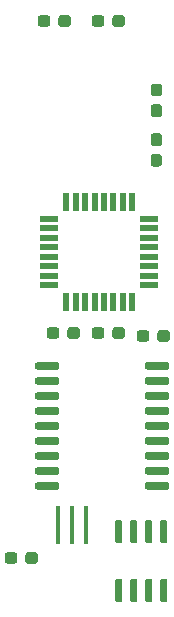
<source format=gbr>
G04 #@! TF.GenerationSoftware,KiCad,Pcbnew,5.1.5-52549c5~84~ubuntu18.04.1*
G04 #@! TF.CreationDate,2020-02-04T00:54:51-05:00*
G04 #@! TF.ProjectId,pedal-board-2020,70656461-6c2d-4626-9f61-72642d323032,rev?*
G04 #@! TF.SameCoordinates,Original*
G04 #@! TF.FileFunction,Paste,Top*
G04 #@! TF.FilePolarity,Positive*
%FSLAX46Y46*%
G04 Gerber Fmt 4.6, Leading zero omitted, Abs format (unit mm)*
G04 Created by KiCad (PCBNEW 5.1.5-52549c5~84~ubuntu18.04.1) date 2020-02-04 00:54:51*
%MOMM*%
%LPD*%
G04 APERTURE LIST*
%ADD10C,0.100000*%
%ADD11R,0.400000X3.200000*%
%ADD12R,1.600000X0.550000*%
%ADD13R,0.550000X1.600000*%
G04 APERTURE END LIST*
D10*
G36*
X110405779Y-84362144D02*
G01*
X110428834Y-84365563D01*
X110451443Y-84371227D01*
X110473387Y-84379079D01*
X110494457Y-84389044D01*
X110514448Y-84401026D01*
X110533168Y-84414910D01*
X110550438Y-84430562D01*
X110566090Y-84447832D01*
X110579974Y-84466552D01*
X110591956Y-84486543D01*
X110601921Y-84507613D01*
X110609773Y-84529557D01*
X110615437Y-84552166D01*
X110618856Y-84575221D01*
X110620000Y-84598500D01*
X110620000Y-85073500D01*
X110618856Y-85096779D01*
X110615437Y-85119834D01*
X110609773Y-85142443D01*
X110601921Y-85164387D01*
X110591956Y-85185457D01*
X110579974Y-85205448D01*
X110566090Y-85224168D01*
X110550438Y-85241438D01*
X110533168Y-85257090D01*
X110514448Y-85270974D01*
X110494457Y-85282956D01*
X110473387Y-85292921D01*
X110451443Y-85300773D01*
X110428834Y-85306437D01*
X110405779Y-85309856D01*
X110382500Y-85311000D01*
X109807500Y-85311000D01*
X109784221Y-85309856D01*
X109761166Y-85306437D01*
X109738557Y-85300773D01*
X109716613Y-85292921D01*
X109695543Y-85282956D01*
X109675552Y-85270974D01*
X109656832Y-85257090D01*
X109639562Y-85241438D01*
X109623910Y-85224168D01*
X109610026Y-85205448D01*
X109598044Y-85185457D01*
X109588079Y-85164387D01*
X109580227Y-85142443D01*
X109574563Y-85119834D01*
X109571144Y-85096779D01*
X109570000Y-85073500D01*
X109570000Y-84598500D01*
X109571144Y-84575221D01*
X109574563Y-84552166D01*
X109580227Y-84529557D01*
X109588079Y-84507613D01*
X109598044Y-84486543D01*
X109610026Y-84466552D01*
X109623910Y-84447832D01*
X109639562Y-84430562D01*
X109656832Y-84414910D01*
X109675552Y-84401026D01*
X109695543Y-84389044D01*
X109716613Y-84379079D01*
X109738557Y-84371227D01*
X109761166Y-84365563D01*
X109784221Y-84362144D01*
X109807500Y-84361000D01*
X110382500Y-84361000D01*
X110405779Y-84362144D01*
G37*
G36*
X108655779Y-84362144D02*
G01*
X108678834Y-84365563D01*
X108701443Y-84371227D01*
X108723387Y-84379079D01*
X108744457Y-84389044D01*
X108764448Y-84401026D01*
X108783168Y-84414910D01*
X108800438Y-84430562D01*
X108816090Y-84447832D01*
X108829974Y-84466552D01*
X108841956Y-84486543D01*
X108851921Y-84507613D01*
X108859773Y-84529557D01*
X108865437Y-84552166D01*
X108868856Y-84575221D01*
X108870000Y-84598500D01*
X108870000Y-85073500D01*
X108868856Y-85096779D01*
X108865437Y-85119834D01*
X108859773Y-85142443D01*
X108851921Y-85164387D01*
X108841956Y-85185457D01*
X108829974Y-85205448D01*
X108816090Y-85224168D01*
X108800438Y-85241438D01*
X108783168Y-85257090D01*
X108764448Y-85270974D01*
X108744457Y-85282956D01*
X108723387Y-85292921D01*
X108701443Y-85300773D01*
X108678834Y-85306437D01*
X108655779Y-85309856D01*
X108632500Y-85311000D01*
X108057500Y-85311000D01*
X108034221Y-85309856D01*
X108011166Y-85306437D01*
X107988557Y-85300773D01*
X107966613Y-85292921D01*
X107945543Y-85282956D01*
X107925552Y-85270974D01*
X107906832Y-85257090D01*
X107889562Y-85241438D01*
X107873910Y-85224168D01*
X107860026Y-85205448D01*
X107848044Y-85185457D01*
X107838079Y-85164387D01*
X107830227Y-85142443D01*
X107824563Y-85119834D01*
X107821144Y-85096779D01*
X107820000Y-85073500D01*
X107820000Y-84598500D01*
X107821144Y-84575221D01*
X107824563Y-84552166D01*
X107830227Y-84529557D01*
X107838079Y-84507613D01*
X107848044Y-84486543D01*
X107860026Y-84466552D01*
X107873910Y-84447832D01*
X107889562Y-84430562D01*
X107906832Y-84414910D01*
X107925552Y-84401026D01*
X107945543Y-84389044D01*
X107966613Y-84379079D01*
X107988557Y-84371227D01*
X108011166Y-84365563D01*
X108034221Y-84362144D01*
X108057500Y-84361000D01*
X108632500Y-84361000D01*
X108655779Y-84362144D01*
G37*
G36*
X99229779Y-103158144D02*
G01*
X99252834Y-103161563D01*
X99275443Y-103167227D01*
X99297387Y-103175079D01*
X99318457Y-103185044D01*
X99338448Y-103197026D01*
X99357168Y-103210910D01*
X99374438Y-103226562D01*
X99390090Y-103243832D01*
X99403974Y-103262552D01*
X99415956Y-103282543D01*
X99425921Y-103303613D01*
X99433773Y-103325557D01*
X99439437Y-103348166D01*
X99442856Y-103371221D01*
X99444000Y-103394500D01*
X99444000Y-103869500D01*
X99442856Y-103892779D01*
X99439437Y-103915834D01*
X99433773Y-103938443D01*
X99425921Y-103960387D01*
X99415956Y-103981457D01*
X99403974Y-104001448D01*
X99390090Y-104020168D01*
X99374438Y-104037438D01*
X99357168Y-104053090D01*
X99338448Y-104066974D01*
X99318457Y-104078956D01*
X99297387Y-104088921D01*
X99275443Y-104096773D01*
X99252834Y-104102437D01*
X99229779Y-104105856D01*
X99206500Y-104107000D01*
X98631500Y-104107000D01*
X98608221Y-104105856D01*
X98585166Y-104102437D01*
X98562557Y-104096773D01*
X98540613Y-104088921D01*
X98519543Y-104078956D01*
X98499552Y-104066974D01*
X98480832Y-104053090D01*
X98463562Y-104037438D01*
X98447910Y-104020168D01*
X98434026Y-104001448D01*
X98422044Y-103981457D01*
X98412079Y-103960387D01*
X98404227Y-103938443D01*
X98398563Y-103915834D01*
X98395144Y-103892779D01*
X98394000Y-103869500D01*
X98394000Y-103394500D01*
X98395144Y-103371221D01*
X98398563Y-103348166D01*
X98404227Y-103325557D01*
X98412079Y-103303613D01*
X98422044Y-103282543D01*
X98434026Y-103262552D01*
X98447910Y-103243832D01*
X98463562Y-103226562D01*
X98480832Y-103210910D01*
X98499552Y-103197026D01*
X98519543Y-103185044D01*
X98540613Y-103175079D01*
X98562557Y-103167227D01*
X98585166Y-103161563D01*
X98608221Y-103158144D01*
X98631500Y-103157000D01*
X99206500Y-103157000D01*
X99229779Y-103158144D01*
G37*
G36*
X97479779Y-103158144D02*
G01*
X97502834Y-103161563D01*
X97525443Y-103167227D01*
X97547387Y-103175079D01*
X97568457Y-103185044D01*
X97588448Y-103197026D01*
X97607168Y-103210910D01*
X97624438Y-103226562D01*
X97640090Y-103243832D01*
X97653974Y-103262552D01*
X97665956Y-103282543D01*
X97675921Y-103303613D01*
X97683773Y-103325557D01*
X97689437Y-103348166D01*
X97692856Y-103371221D01*
X97694000Y-103394500D01*
X97694000Y-103869500D01*
X97692856Y-103892779D01*
X97689437Y-103915834D01*
X97683773Y-103938443D01*
X97675921Y-103960387D01*
X97665956Y-103981457D01*
X97653974Y-104001448D01*
X97640090Y-104020168D01*
X97624438Y-104037438D01*
X97607168Y-104053090D01*
X97588448Y-104066974D01*
X97568457Y-104078956D01*
X97547387Y-104088921D01*
X97525443Y-104096773D01*
X97502834Y-104102437D01*
X97479779Y-104105856D01*
X97456500Y-104107000D01*
X96881500Y-104107000D01*
X96858221Y-104105856D01*
X96835166Y-104102437D01*
X96812557Y-104096773D01*
X96790613Y-104088921D01*
X96769543Y-104078956D01*
X96749552Y-104066974D01*
X96730832Y-104053090D01*
X96713562Y-104037438D01*
X96697910Y-104020168D01*
X96684026Y-104001448D01*
X96672044Y-103981457D01*
X96662079Y-103960387D01*
X96654227Y-103938443D01*
X96648563Y-103915834D01*
X96645144Y-103892779D01*
X96644000Y-103869500D01*
X96644000Y-103394500D01*
X96645144Y-103371221D01*
X96648563Y-103348166D01*
X96654227Y-103325557D01*
X96662079Y-103303613D01*
X96672044Y-103282543D01*
X96684026Y-103262552D01*
X96697910Y-103243832D01*
X96713562Y-103226562D01*
X96730832Y-103210910D01*
X96749552Y-103197026D01*
X96769543Y-103185044D01*
X96790613Y-103175079D01*
X96812557Y-103167227D01*
X96835166Y-103161563D01*
X96858221Y-103158144D01*
X96881500Y-103157000D01*
X97456500Y-103157000D01*
X97479779Y-103158144D01*
G37*
D11*
X101162000Y-100838000D03*
X102362000Y-100838000D03*
X103562000Y-100838000D03*
D10*
G36*
X110273703Y-105386722D02*
G01*
X110288264Y-105388882D01*
X110302543Y-105392459D01*
X110316403Y-105397418D01*
X110329710Y-105403712D01*
X110342336Y-105411280D01*
X110354159Y-105420048D01*
X110365066Y-105429934D01*
X110374952Y-105440841D01*
X110383720Y-105452664D01*
X110391288Y-105465290D01*
X110397582Y-105478597D01*
X110402541Y-105492457D01*
X110406118Y-105506736D01*
X110408278Y-105521297D01*
X110409000Y-105536000D01*
X110409000Y-107186000D01*
X110408278Y-107200703D01*
X110406118Y-107215264D01*
X110402541Y-107229543D01*
X110397582Y-107243403D01*
X110391288Y-107256710D01*
X110383720Y-107269336D01*
X110374952Y-107281159D01*
X110365066Y-107292066D01*
X110354159Y-107301952D01*
X110342336Y-107310720D01*
X110329710Y-107318288D01*
X110316403Y-107324582D01*
X110302543Y-107329541D01*
X110288264Y-107333118D01*
X110273703Y-107335278D01*
X110259000Y-107336000D01*
X109959000Y-107336000D01*
X109944297Y-107335278D01*
X109929736Y-107333118D01*
X109915457Y-107329541D01*
X109901597Y-107324582D01*
X109888290Y-107318288D01*
X109875664Y-107310720D01*
X109863841Y-107301952D01*
X109852934Y-107292066D01*
X109843048Y-107281159D01*
X109834280Y-107269336D01*
X109826712Y-107256710D01*
X109820418Y-107243403D01*
X109815459Y-107229543D01*
X109811882Y-107215264D01*
X109809722Y-107200703D01*
X109809000Y-107186000D01*
X109809000Y-105536000D01*
X109809722Y-105521297D01*
X109811882Y-105506736D01*
X109815459Y-105492457D01*
X109820418Y-105478597D01*
X109826712Y-105465290D01*
X109834280Y-105452664D01*
X109843048Y-105440841D01*
X109852934Y-105429934D01*
X109863841Y-105420048D01*
X109875664Y-105411280D01*
X109888290Y-105403712D01*
X109901597Y-105397418D01*
X109915457Y-105392459D01*
X109929736Y-105388882D01*
X109944297Y-105386722D01*
X109959000Y-105386000D01*
X110259000Y-105386000D01*
X110273703Y-105386722D01*
G37*
G36*
X109003703Y-105386722D02*
G01*
X109018264Y-105388882D01*
X109032543Y-105392459D01*
X109046403Y-105397418D01*
X109059710Y-105403712D01*
X109072336Y-105411280D01*
X109084159Y-105420048D01*
X109095066Y-105429934D01*
X109104952Y-105440841D01*
X109113720Y-105452664D01*
X109121288Y-105465290D01*
X109127582Y-105478597D01*
X109132541Y-105492457D01*
X109136118Y-105506736D01*
X109138278Y-105521297D01*
X109139000Y-105536000D01*
X109139000Y-107186000D01*
X109138278Y-107200703D01*
X109136118Y-107215264D01*
X109132541Y-107229543D01*
X109127582Y-107243403D01*
X109121288Y-107256710D01*
X109113720Y-107269336D01*
X109104952Y-107281159D01*
X109095066Y-107292066D01*
X109084159Y-107301952D01*
X109072336Y-107310720D01*
X109059710Y-107318288D01*
X109046403Y-107324582D01*
X109032543Y-107329541D01*
X109018264Y-107333118D01*
X109003703Y-107335278D01*
X108989000Y-107336000D01*
X108689000Y-107336000D01*
X108674297Y-107335278D01*
X108659736Y-107333118D01*
X108645457Y-107329541D01*
X108631597Y-107324582D01*
X108618290Y-107318288D01*
X108605664Y-107310720D01*
X108593841Y-107301952D01*
X108582934Y-107292066D01*
X108573048Y-107281159D01*
X108564280Y-107269336D01*
X108556712Y-107256710D01*
X108550418Y-107243403D01*
X108545459Y-107229543D01*
X108541882Y-107215264D01*
X108539722Y-107200703D01*
X108539000Y-107186000D01*
X108539000Y-105536000D01*
X108539722Y-105521297D01*
X108541882Y-105506736D01*
X108545459Y-105492457D01*
X108550418Y-105478597D01*
X108556712Y-105465290D01*
X108564280Y-105452664D01*
X108573048Y-105440841D01*
X108582934Y-105429934D01*
X108593841Y-105420048D01*
X108605664Y-105411280D01*
X108618290Y-105403712D01*
X108631597Y-105397418D01*
X108645457Y-105392459D01*
X108659736Y-105388882D01*
X108674297Y-105386722D01*
X108689000Y-105386000D01*
X108989000Y-105386000D01*
X109003703Y-105386722D01*
G37*
G36*
X107733703Y-105386722D02*
G01*
X107748264Y-105388882D01*
X107762543Y-105392459D01*
X107776403Y-105397418D01*
X107789710Y-105403712D01*
X107802336Y-105411280D01*
X107814159Y-105420048D01*
X107825066Y-105429934D01*
X107834952Y-105440841D01*
X107843720Y-105452664D01*
X107851288Y-105465290D01*
X107857582Y-105478597D01*
X107862541Y-105492457D01*
X107866118Y-105506736D01*
X107868278Y-105521297D01*
X107869000Y-105536000D01*
X107869000Y-107186000D01*
X107868278Y-107200703D01*
X107866118Y-107215264D01*
X107862541Y-107229543D01*
X107857582Y-107243403D01*
X107851288Y-107256710D01*
X107843720Y-107269336D01*
X107834952Y-107281159D01*
X107825066Y-107292066D01*
X107814159Y-107301952D01*
X107802336Y-107310720D01*
X107789710Y-107318288D01*
X107776403Y-107324582D01*
X107762543Y-107329541D01*
X107748264Y-107333118D01*
X107733703Y-107335278D01*
X107719000Y-107336000D01*
X107419000Y-107336000D01*
X107404297Y-107335278D01*
X107389736Y-107333118D01*
X107375457Y-107329541D01*
X107361597Y-107324582D01*
X107348290Y-107318288D01*
X107335664Y-107310720D01*
X107323841Y-107301952D01*
X107312934Y-107292066D01*
X107303048Y-107281159D01*
X107294280Y-107269336D01*
X107286712Y-107256710D01*
X107280418Y-107243403D01*
X107275459Y-107229543D01*
X107271882Y-107215264D01*
X107269722Y-107200703D01*
X107269000Y-107186000D01*
X107269000Y-105536000D01*
X107269722Y-105521297D01*
X107271882Y-105506736D01*
X107275459Y-105492457D01*
X107280418Y-105478597D01*
X107286712Y-105465290D01*
X107294280Y-105452664D01*
X107303048Y-105440841D01*
X107312934Y-105429934D01*
X107323841Y-105420048D01*
X107335664Y-105411280D01*
X107348290Y-105403712D01*
X107361597Y-105397418D01*
X107375457Y-105392459D01*
X107389736Y-105388882D01*
X107404297Y-105386722D01*
X107419000Y-105386000D01*
X107719000Y-105386000D01*
X107733703Y-105386722D01*
G37*
G36*
X106463703Y-105386722D02*
G01*
X106478264Y-105388882D01*
X106492543Y-105392459D01*
X106506403Y-105397418D01*
X106519710Y-105403712D01*
X106532336Y-105411280D01*
X106544159Y-105420048D01*
X106555066Y-105429934D01*
X106564952Y-105440841D01*
X106573720Y-105452664D01*
X106581288Y-105465290D01*
X106587582Y-105478597D01*
X106592541Y-105492457D01*
X106596118Y-105506736D01*
X106598278Y-105521297D01*
X106599000Y-105536000D01*
X106599000Y-107186000D01*
X106598278Y-107200703D01*
X106596118Y-107215264D01*
X106592541Y-107229543D01*
X106587582Y-107243403D01*
X106581288Y-107256710D01*
X106573720Y-107269336D01*
X106564952Y-107281159D01*
X106555066Y-107292066D01*
X106544159Y-107301952D01*
X106532336Y-107310720D01*
X106519710Y-107318288D01*
X106506403Y-107324582D01*
X106492543Y-107329541D01*
X106478264Y-107333118D01*
X106463703Y-107335278D01*
X106449000Y-107336000D01*
X106149000Y-107336000D01*
X106134297Y-107335278D01*
X106119736Y-107333118D01*
X106105457Y-107329541D01*
X106091597Y-107324582D01*
X106078290Y-107318288D01*
X106065664Y-107310720D01*
X106053841Y-107301952D01*
X106042934Y-107292066D01*
X106033048Y-107281159D01*
X106024280Y-107269336D01*
X106016712Y-107256710D01*
X106010418Y-107243403D01*
X106005459Y-107229543D01*
X106001882Y-107215264D01*
X105999722Y-107200703D01*
X105999000Y-107186000D01*
X105999000Y-105536000D01*
X105999722Y-105521297D01*
X106001882Y-105506736D01*
X106005459Y-105492457D01*
X106010418Y-105478597D01*
X106016712Y-105465290D01*
X106024280Y-105452664D01*
X106033048Y-105440841D01*
X106042934Y-105429934D01*
X106053841Y-105420048D01*
X106065664Y-105411280D01*
X106078290Y-105403712D01*
X106091597Y-105397418D01*
X106105457Y-105392459D01*
X106119736Y-105388882D01*
X106134297Y-105386722D01*
X106149000Y-105386000D01*
X106449000Y-105386000D01*
X106463703Y-105386722D01*
G37*
G36*
X106463703Y-100436722D02*
G01*
X106478264Y-100438882D01*
X106492543Y-100442459D01*
X106506403Y-100447418D01*
X106519710Y-100453712D01*
X106532336Y-100461280D01*
X106544159Y-100470048D01*
X106555066Y-100479934D01*
X106564952Y-100490841D01*
X106573720Y-100502664D01*
X106581288Y-100515290D01*
X106587582Y-100528597D01*
X106592541Y-100542457D01*
X106596118Y-100556736D01*
X106598278Y-100571297D01*
X106599000Y-100586000D01*
X106599000Y-102236000D01*
X106598278Y-102250703D01*
X106596118Y-102265264D01*
X106592541Y-102279543D01*
X106587582Y-102293403D01*
X106581288Y-102306710D01*
X106573720Y-102319336D01*
X106564952Y-102331159D01*
X106555066Y-102342066D01*
X106544159Y-102351952D01*
X106532336Y-102360720D01*
X106519710Y-102368288D01*
X106506403Y-102374582D01*
X106492543Y-102379541D01*
X106478264Y-102383118D01*
X106463703Y-102385278D01*
X106449000Y-102386000D01*
X106149000Y-102386000D01*
X106134297Y-102385278D01*
X106119736Y-102383118D01*
X106105457Y-102379541D01*
X106091597Y-102374582D01*
X106078290Y-102368288D01*
X106065664Y-102360720D01*
X106053841Y-102351952D01*
X106042934Y-102342066D01*
X106033048Y-102331159D01*
X106024280Y-102319336D01*
X106016712Y-102306710D01*
X106010418Y-102293403D01*
X106005459Y-102279543D01*
X106001882Y-102265264D01*
X105999722Y-102250703D01*
X105999000Y-102236000D01*
X105999000Y-100586000D01*
X105999722Y-100571297D01*
X106001882Y-100556736D01*
X106005459Y-100542457D01*
X106010418Y-100528597D01*
X106016712Y-100515290D01*
X106024280Y-100502664D01*
X106033048Y-100490841D01*
X106042934Y-100479934D01*
X106053841Y-100470048D01*
X106065664Y-100461280D01*
X106078290Y-100453712D01*
X106091597Y-100447418D01*
X106105457Y-100442459D01*
X106119736Y-100438882D01*
X106134297Y-100436722D01*
X106149000Y-100436000D01*
X106449000Y-100436000D01*
X106463703Y-100436722D01*
G37*
G36*
X107733703Y-100436722D02*
G01*
X107748264Y-100438882D01*
X107762543Y-100442459D01*
X107776403Y-100447418D01*
X107789710Y-100453712D01*
X107802336Y-100461280D01*
X107814159Y-100470048D01*
X107825066Y-100479934D01*
X107834952Y-100490841D01*
X107843720Y-100502664D01*
X107851288Y-100515290D01*
X107857582Y-100528597D01*
X107862541Y-100542457D01*
X107866118Y-100556736D01*
X107868278Y-100571297D01*
X107869000Y-100586000D01*
X107869000Y-102236000D01*
X107868278Y-102250703D01*
X107866118Y-102265264D01*
X107862541Y-102279543D01*
X107857582Y-102293403D01*
X107851288Y-102306710D01*
X107843720Y-102319336D01*
X107834952Y-102331159D01*
X107825066Y-102342066D01*
X107814159Y-102351952D01*
X107802336Y-102360720D01*
X107789710Y-102368288D01*
X107776403Y-102374582D01*
X107762543Y-102379541D01*
X107748264Y-102383118D01*
X107733703Y-102385278D01*
X107719000Y-102386000D01*
X107419000Y-102386000D01*
X107404297Y-102385278D01*
X107389736Y-102383118D01*
X107375457Y-102379541D01*
X107361597Y-102374582D01*
X107348290Y-102368288D01*
X107335664Y-102360720D01*
X107323841Y-102351952D01*
X107312934Y-102342066D01*
X107303048Y-102331159D01*
X107294280Y-102319336D01*
X107286712Y-102306710D01*
X107280418Y-102293403D01*
X107275459Y-102279543D01*
X107271882Y-102265264D01*
X107269722Y-102250703D01*
X107269000Y-102236000D01*
X107269000Y-100586000D01*
X107269722Y-100571297D01*
X107271882Y-100556736D01*
X107275459Y-100542457D01*
X107280418Y-100528597D01*
X107286712Y-100515290D01*
X107294280Y-100502664D01*
X107303048Y-100490841D01*
X107312934Y-100479934D01*
X107323841Y-100470048D01*
X107335664Y-100461280D01*
X107348290Y-100453712D01*
X107361597Y-100447418D01*
X107375457Y-100442459D01*
X107389736Y-100438882D01*
X107404297Y-100436722D01*
X107419000Y-100436000D01*
X107719000Y-100436000D01*
X107733703Y-100436722D01*
G37*
G36*
X109003703Y-100436722D02*
G01*
X109018264Y-100438882D01*
X109032543Y-100442459D01*
X109046403Y-100447418D01*
X109059710Y-100453712D01*
X109072336Y-100461280D01*
X109084159Y-100470048D01*
X109095066Y-100479934D01*
X109104952Y-100490841D01*
X109113720Y-100502664D01*
X109121288Y-100515290D01*
X109127582Y-100528597D01*
X109132541Y-100542457D01*
X109136118Y-100556736D01*
X109138278Y-100571297D01*
X109139000Y-100586000D01*
X109139000Y-102236000D01*
X109138278Y-102250703D01*
X109136118Y-102265264D01*
X109132541Y-102279543D01*
X109127582Y-102293403D01*
X109121288Y-102306710D01*
X109113720Y-102319336D01*
X109104952Y-102331159D01*
X109095066Y-102342066D01*
X109084159Y-102351952D01*
X109072336Y-102360720D01*
X109059710Y-102368288D01*
X109046403Y-102374582D01*
X109032543Y-102379541D01*
X109018264Y-102383118D01*
X109003703Y-102385278D01*
X108989000Y-102386000D01*
X108689000Y-102386000D01*
X108674297Y-102385278D01*
X108659736Y-102383118D01*
X108645457Y-102379541D01*
X108631597Y-102374582D01*
X108618290Y-102368288D01*
X108605664Y-102360720D01*
X108593841Y-102351952D01*
X108582934Y-102342066D01*
X108573048Y-102331159D01*
X108564280Y-102319336D01*
X108556712Y-102306710D01*
X108550418Y-102293403D01*
X108545459Y-102279543D01*
X108541882Y-102265264D01*
X108539722Y-102250703D01*
X108539000Y-102236000D01*
X108539000Y-100586000D01*
X108539722Y-100571297D01*
X108541882Y-100556736D01*
X108545459Y-100542457D01*
X108550418Y-100528597D01*
X108556712Y-100515290D01*
X108564280Y-100502664D01*
X108573048Y-100490841D01*
X108582934Y-100479934D01*
X108593841Y-100470048D01*
X108605664Y-100461280D01*
X108618290Y-100453712D01*
X108631597Y-100447418D01*
X108645457Y-100442459D01*
X108659736Y-100438882D01*
X108674297Y-100436722D01*
X108689000Y-100436000D01*
X108989000Y-100436000D01*
X109003703Y-100436722D01*
G37*
G36*
X110273703Y-100436722D02*
G01*
X110288264Y-100438882D01*
X110302543Y-100442459D01*
X110316403Y-100447418D01*
X110329710Y-100453712D01*
X110342336Y-100461280D01*
X110354159Y-100470048D01*
X110365066Y-100479934D01*
X110374952Y-100490841D01*
X110383720Y-100502664D01*
X110391288Y-100515290D01*
X110397582Y-100528597D01*
X110402541Y-100542457D01*
X110406118Y-100556736D01*
X110408278Y-100571297D01*
X110409000Y-100586000D01*
X110409000Y-102236000D01*
X110408278Y-102250703D01*
X110406118Y-102265264D01*
X110402541Y-102279543D01*
X110397582Y-102293403D01*
X110391288Y-102306710D01*
X110383720Y-102319336D01*
X110374952Y-102331159D01*
X110365066Y-102342066D01*
X110354159Y-102351952D01*
X110342336Y-102360720D01*
X110329710Y-102368288D01*
X110316403Y-102374582D01*
X110302543Y-102379541D01*
X110288264Y-102383118D01*
X110273703Y-102385278D01*
X110259000Y-102386000D01*
X109959000Y-102386000D01*
X109944297Y-102385278D01*
X109929736Y-102383118D01*
X109915457Y-102379541D01*
X109901597Y-102374582D01*
X109888290Y-102368288D01*
X109875664Y-102360720D01*
X109863841Y-102351952D01*
X109852934Y-102342066D01*
X109843048Y-102331159D01*
X109834280Y-102319336D01*
X109826712Y-102306710D01*
X109820418Y-102293403D01*
X109815459Y-102279543D01*
X109811882Y-102265264D01*
X109809722Y-102250703D01*
X109809000Y-102236000D01*
X109809000Y-100586000D01*
X109809722Y-100571297D01*
X109811882Y-100556736D01*
X109815459Y-100542457D01*
X109820418Y-100528597D01*
X109826712Y-100515290D01*
X109834280Y-100502664D01*
X109843048Y-100490841D01*
X109852934Y-100479934D01*
X109863841Y-100470048D01*
X109875664Y-100461280D01*
X109888290Y-100453712D01*
X109901597Y-100447418D01*
X109915457Y-100442459D01*
X109929736Y-100438882D01*
X109944297Y-100436722D01*
X109959000Y-100436000D01*
X110259000Y-100436000D01*
X110273703Y-100436722D01*
G37*
G36*
X110441703Y-87076722D02*
G01*
X110456264Y-87078882D01*
X110470543Y-87082459D01*
X110484403Y-87087418D01*
X110497710Y-87093712D01*
X110510336Y-87101280D01*
X110522159Y-87110048D01*
X110533066Y-87119934D01*
X110542952Y-87130841D01*
X110551720Y-87142664D01*
X110559288Y-87155290D01*
X110565582Y-87168597D01*
X110570541Y-87182457D01*
X110574118Y-87196736D01*
X110576278Y-87211297D01*
X110577000Y-87226000D01*
X110577000Y-87526000D01*
X110576278Y-87540703D01*
X110574118Y-87555264D01*
X110570541Y-87569543D01*
X110565582Y-87583403D01*
X110559288Y-87596710D01*
X110551720Y-87609336D01*
X110542952Y-87621159D01*
X110533066Y-87632066D01*
X110522159Y-87641952D01*
X110510336Y-87650720D01*
X110497710Y-87658288D01*
X110484403Y-87664582D01*
X110470543Y-87669541D01*
X110456264Y-87673118D01*
X110441703Y-87675278D01*
X110427000Y-87676000D01*
X108677000Y-87676000D01*
X108662297Y-87675278D01*
X108647736Y-87673118D01*
X108633457Y-87669541D01*
X108619597Y-87664582D01*
X108606290Y-87658288D01*
X108593664Y-87650720D01*
X108581841Y-87641952D01*
X108570934Y-87632066D01*
X108561048Y-87621159D01*
X108552280Y-87609336D01*
X108544712Y-87596710D01*
X108538418Y-87583403D01*
X108533459Y-87569543D01*
X108529882Y-87555264D01*
X108527722Y-87540703D01*
X108527000Y-87526000D01*
X108527000Y-87226000D01*
X108527722Y-87211297D01*
X108529882Y-87196736D01*
X108533459Y-87182457D01*
X108538418Y-87168597D01*
X108544712Y-87155290D01*
X108552280Y-87142664D01*
X108561048Y-87130841D01*
X108570934Y-87119934D01*
X108581841Y-87110048D01*
X108593664Y-87101280D01*
X108606290Y-87093712D01*
X108619597Y-87087418D01*
X108633457Y-87082459D01*
X108647736Y-87078882D01*
X108662297Y-87076722D01*
X108677000Y-87076000D01*
X110427000Y-87076000D01*
X110441703Y-87076722D01*
G37*
G36*
X110441703Y-88346722D02*
G01*
X110456264Y-88348882D01*
X110470543Y-88352459D01*
X110484403Y-88357418D01*
X110497710Y-88363712D01*
X110510336Y-88371280D01*
X110522159Y-88380048D01*
X110533066Y-88389934D01*
X110542952Y-88400841D01*
X110551720Y-88412664D01*
X110559288Y-88425290D01*
X110565582Y-88438597D01*
X110570541Y-88452457D01*
X110574118Y-88466736D01*
X110576278Y-88481297D01*
X110577000Y-88496000D01*
X110577000Y-88796000D01*
X110576278Y-88810703D01*
X110574118Y-88825264D01*
X110570541Y-88839543D01*
X110565582Y-88853403D01*
X110559288Y-88866710D01*
X110551720Y-88879336D01*
X110542952Y-88891159D01*
X110533066Y-88902066D01*
X110522159Y-88911952D01*
X110510336Y-88920720D01*
X110497710Y-88928288D01*
X110484403Y-88934582D01*
X110470543Y-88939541D01*
X110456264Y-88943118D01*
X110441703Y-88945278D01*
X110427000Y-88946000D01*
X108677000Y-88946000D01*
X108662297Y-88945278D01*
X108647736Y-88943118D01*
X108633457Y-88939541D01*
X108619597Y-88934582D01*
X108606290Y-88928288D01*
X108593664Y-88920720D01*
X108581841Y-88911952D01*
X108570934Y-88902066D01*
X108561048Y-88891159D01*
X108552280Y-88879336D01*
X108544712Y-88866710D01*
X108538418Y-88853403D01*
X108533459Y-88839543D01*
X108529882Y-88825264D01*
X108527722Y-88810703D01*
X108527000Y-88796000D01*
X108527000Y-88496000D01*
X108527722Y-88481297D01*
X108529882Y-88466736D01*
X108533459Y-88452457D01*
X108538418Y-88438597D01*
X108544712Y-88425290D01*
X108552280Y-88412664D01*
X108561048Y-88400841D01*
X108570934Y-88389934D01*
X108581841Y-88380048D01*
X108593664Y-88371280D01*
X108606290Y-88363712D01*
X108619597Y-88357418D01*
X108633457Y-88352459D01*
X108647736Y-88348882D01*
X108662297Y-88346722D01*
X108677000Y-88346000D01*
X110427000Y-88346000D01*
X110441703Y-88346722D01*
G37*
G36*
X110441703Y-89616722D02*
G01*
X110456264Y-89618882D01*
X110470543Y-89622459D01*
X110484403Y-89627418D01*
X110497710Y-89633712D01*
X110510336Y-89641280D01*
X110522159Y-89650048D01*
X110533066Y-89659934D01*
X110542952Y-89670841D01*
X110551720Y-89682664D01*
X110559288Y-89695290D01*
X110565582Y-89708597D01*
X110570541Y-89722457D01*
X110574118Y-89736736D01*
X110576278Y-89751297D01*
X110577000Y-89766000D01*
X110577000Y-90066000D01*
X110576278Y-90080703D01*
X110574118Y-90095264D01*
X110570541Y-90109543D01*
X110565582Y-90123403D01*
X110559288Y-90136710D01*
X110551720Y-90149336D01*
X110542952Y-90161159D01*
X110533066Y-90172066D01*
X110522159Y-90181952D01*
X110510336Y-90190720D01*
X110497710Y-90198288D01*
X110484403Y-90204582D01*
X110470543Y-90209541D01*
X110456264Y-90213118D01*
X110441703Y-90215278D01*
X110427000Y-90216000D01*
X108677000Y-90216000D01*
X108662297Y-90215278D01*
X108647736Y-90213118D01*
X108633457Y-90209541D01*
X108619597Y-90204582D01*
X108606290Y-90198288D01*
X108593664Y-90190720D01*
X108581841Y-90181952D01*
X108570934Y-90172066D01*
X108561048Y-90161159D01*
X108552280Y-90149336D01*
X108544712Y-90136710D01*
X108538418Y-90123403D01*
X108533459Y-90109543D01*
X108529882Y-90095264D01*
X108527722Y-90080703D01*
X108527000Y-90066000D01*
X108527000Y-89766000D01*
X108527722Y-89751297D01*
X108529882Y-89736736D01*
X108533459Y-89722457D01*
X108538418Y-89708597D01*
X108544712Y-89695290D01*
X108552280Y-89682664D01*
X108561048Y-89670841D01*
X108570934Y-89659934D01*
X108581841Y-89650048D01*
X108593664Y-89641280D01*
X108606290Y-89633712D01*
X108619597Y-89627418D01*
X108633457Y-89622459D01*
X108647736Y-89618882D01*
X108662297Y-89616722D01*
X108677000Y-89616000D01*
X110427000Y-89616000D01*
X110441703Y-89616722D01*
G37*
G36*
X110441703Y-90886722D02*
G01*
X110456264Y-90888882D01*
X110470543Y-90892459D01*
X110484403Y-90897418D01*
X110497710Y-90903712D01*
X110510336Y-90911280D01*
X110522159Y-90920048D01*
X110533066Y-90929934D01*
X110542952Y-90940841D01*
X110551720Y-90952664D01*
X110559288Y-90965290D01*
X110565582Y-90978597D01*
X110570541Y-90992457D01*
X110574118Y-91006736D01*
X110576278Y-91021297D01*
X110577000Y-91036000D01*
X110577000Y-91336000D01*
X110576278Y-91350703D01*
X110574118Y-91365264D01*
X110570541Y-91379543D01*
X110565582Y-91393403D01*
X110559288Y-91406710D01*
X110551720Y-91419336D01*
X110542952Y-91431159D01*
X110533066Y-91442066D01*
X110522159Y-91451952D01*
X110510336Y-91460720D01*
X110497710Y-91468288D01*
X110484403Y-91474582D01*
X110470543Y-91479541D01*
X110456264Y-91483118D01*
X110441703Y-91485278D01*
X110427000Y-91486000D01*
X108677000Y-91486000D01*
X108662297Y-91485278D01*
X108647736Y-91483118D01*
X108633457Y-91479541D01*
X108619597Y-91474582D01*
X108606290Y-91468288D01*
X108593664Y-91460720D01*
X108581841Y-91451952D01*
X108570934Y-91442066D01*
X108561048Y-91431159D01*
X108552280Y-91419336D01*
X108544712Y-91406710D01*
X108538418Y-91393403D01*
X108533459Y-91379543D01*
X108529882Y-91365264D01*
X108527722Y-91350703D01*
X108527000Y-91336000D01*
X108527000Y-91036000D01*
X108527722Y-91021297D01*
X108529882Y-91006736D01*
X108533459Y-90992457D01*
X108538418Y-90978597D01*
X108544712Y-90965290D01*
X108552280Y-90952664D01*
X108561048Y-90940841D01*
X108570934Y-90929934D01*
X108581841Y-90920048D01*
X108593664Y-90911280D01*
X108606290Y-90903712D01*
X108619597Y-90897418D01*
X108633457Y-90892459D01*
X108647736Y-90888882D01*
X108662297Y-90886722D01*
X108677000Y-90886000D01*
X110427000Y-90886000D01*
X110441703Y-90886722D01*
G37*
G36*
X110441703Y-92156722D02*
G01*
X110456264Y-92158882D01*
X110470543Y-92162459D01*
X110484403Y-92167418D01*
X110497710Y-92173712D01*
X110510336Y-92181280D01*
X110522159Y-92190048D01*
X110533066Y-92199934D01*
X110542952Y-92210841D01*
X110551720Y-92222664D01*
X110559288Y-92235290D01*
X110565582Y-92248597D01*
X110570541Y-92262457D01*
X110574118Y-92276736D01*
X110576278Y-92291297D01*
X110577000Y-92306000D01*
X110577000Y-92606000D01*
X110576278Y-92620703D01*
X110574118Y-92635264D01*
X110570541Y-92649543D01*
X110565582Y-92663403D01*
X110559288Y-92676710D01*
X110551720Y-92689336D01*
X110542952Y-92701159D01*
X110533066Y-92712066D01*
X110522159Y-92721952D01*
X110510336Y-92730720D01*
X110497710Y-92738288D01*
X110484403Y-92744582D01*
X110470543Y-92749541D01*
X110456264Y-92753118D01*
X110441703Y-92755278D01*
X110427000Y-92756000D01*
X108677000Y-92756000D01*
X108662297Y-92755278D01*
X108647736Y-92753118D01*
X108633457Y-92749541D01*
X108619597Y-92744582D01*
X108606290Y-92738288D01*
X108593664Y-92730720D01*
X108581841Y-92721952D01*
X108570934Y-92712066D01*
X108561048Y-92701159D01*
X108552280Y-92689336D01*
X108544712Y-92676710D01*
X108538418Y-92663403D01*
X108533459Y-92649543D01*
X108529882Y-92635264D01*
X108527722Y-92620703D01*
X108527000Y-92606000D01*
X108527000Y-92306000D01*
X108527722Y-92291297D01*
X108529882Y-92276736D01*
X108533459Y-92262457D01*
X108538418Y-92248597D01*
X108544712Y-92235290D01*
X108552280Y-92222664D01*
X108561048Y-92210841D01*
X108570934Y-92199934D01*
X108581841Y-92190048D01*
X108593664Y-92181280D01*
X108606290Y-92173712D01*
X108619597Y-92167418D01*
X108633457Y-92162459D01*
X108647736Y-92158882D01*
X108662297Y-92156722D01*
X108677000Y-92156000D01*
X110427000Y-92156000D01*
X110441703Y-92156722D01*
G37*
G36*
X110441703Y-93426722D02*
G01*
X110456264Y-93428882D01*
X110470543Y-93432459D01*
X110484403Y-93437418D01*
X110497710Y-93443712D01*
X110510336Y-93451280D01*
X110522159Y-93460048D01*
X110533066Y-93469934D01*
X110542952Y-93480841D01*
X110551720Y-93492664D01*
X110559288Y-93505290D01*
X110565582Y-93518597D01*
X110570541Y-93532457D01*
X110574118Y-93546736D01*
X110576278Y-93561297D01*
X110577000Y-93576000D01*
X110577000Y-93876000D01*
X110576278Y-93890703D01*
X110574118Y-93905264D01*
X110570541Y-93919543D01*
X110565582Y-93933403D01*
X110559288Y-93946710D01*
X110551720Y-93959336D01*
X110542952Y-93971159D01*
X110533066Y-93982066D01*
X110522159Y-93991952D01*
X110510336Y-94000720D01*
X110497710Y-94008288D01*
X110484403Y-94014582D01*
X110470543Y-94019541D01*
X110456264Y-94023118D01*
X110441703Y-94025278D01*
X110427000Y-94026000D01*
X108677000Y-94026000D01*
X108662297Y-94025278D01*
X108647736Y-94023118D01*
X108633457Y-94019541D01*
X108619597Y-94014582D01*
X108606290Y-94008288D01*
X108593664Y-94000720D01*
X108581841Y-93991952D01*
X108570934Y-93982066D01*
X108561048Y-93971159D01*
X108552280Y-93959336D01*
X108544712Y-93946710D01*
X108538418Y-93933403D01*
X108533459Y-93919543D01*
X108529882Y-93905264D01*
X108527722Y-93890703D01*
X108527000Y-93876000D01*
X108527000Y-93576000D01*
X108527722Y-93561297D01*
X108529882Y-93546736D01*
X108533459Y-93532457D01*
X108538418Y-93518597D01*
X108544712Y-93505290D01*
X108552280Y-93492664D01*
X108561048Y-93480841D01*
X108570934Y-93469934D01*
X108581841Y-93460048D01*
X108593664Y-93451280D01*
X108606290Y-93443712D01*
X108619597Y-93437418D01*
X108633457Y-93432459D01*
X108647736Y-93428882D01*
X108662297Y-93426722D01*
X108677000Y-93426000D01*
X110427000Y-93426000D01*
X110441703Y-93426722D01*
G37*
G36*
X110441703Y-94696722D02*
G01*
X110456264Y-94698882D01*
X110470543Y-94702459D01*
X110484403Y-94707418D01*
X110497710Y-94713712D01*
X110510336Y-94721280D01*
X110522159Y-94730048D01*
X110533066Y-94739934D01*
X110542952Y-94750841D01*
X110551720Y-94762664D01*
X110559288Y-94775290D01*
X110565582Y-94788597D01*
X110570541Y-94802457D01*
X110574118Y-94816736D01*
X110576278Y-94831297D01*
X110577000Y-94846000D01*
X110577000Y-95146000D01*
X110576278Y-95160703D01*
X110574118Y-95175264D01*
X110570541Y-95189543D01*
X110565582Y-95203403D01*
X110559288Y-95216710D01*
X110551720Y-95229336D01*
X110542952Y-95241159D01*
X110533066Y-95252066D01*
X110522159Y-95261952D01*
X110510336Y-95270720D01*
X110497710Y-95278288D01*
X110484403Y-95284582D01*
X110470543Y-95289541D01*
X110456264Y-95293118D01*
X110441703Y-95295278D01*
X110427000Y-95296000D01*
X108677000Y-95296000D01*
X108662297Y-95295278D01*
X108647736Y-95293118D01*
X108633457Y-95289541D01*
X108619597Y-95284582D01*
X108606290Y-95278288D01*
X108593664Y-95270720D01*
X108581841Y-95261952D01*
X108570934Y-95252066D01*
X108561048Y-95241159D01*
X108552280Y-95229336D01*
X108544712Y-95216710D01*
X108538418Y-95203403D01*
X108533459Y-95189543D01*
X108529882Y-95175264D01*
X108527722Y-95160703D01*
X108527000Y-95146000D01*
X108527000Y-94846000D01*
X108527722Y-94831297D01*
X108529882Y-94816736D01*
X108533459Y-94802457D01*
X108538418Y-94788597D01*
X108544712Y-94775290D01*
X108552280Y-94762664D01*
X108561048Y-94750841D01*
X108570934Y-94739934D01*
X108581841Y-94730048D01*
X108593664Y-94721280D01*
X108606290Y-94713712D01*
X108619597Y-94707418D01*
X108633457Y-94702459D01*
X108647736Y-94698882D01*
X108662297Y-94696722D01*
X108677000Y-94696000D01*
X110427000Y-94696000D01*
X110441703Y-94696722D01*
G37*
G36*
X110441703Y-95966722D02*
G01*
X110456264Y-95968882D01*
X110470543Y-95972459D01*
X110484403Y-95977418D01*
X110497710Y-95983712D01*
X110510336Y-95991280D01*
X110522159Y-96000048D01*
X110533066Y-96009934D01*
X110542952Y-96020841D01*
X110551720Y-96032664D01*
X110559288Y-96045290D01*
X110565582Y-96058597D01*
X110570541Y-96072457D01*
X110574118Y-96086736D01*
X110576278Y-96101297D01*
X110577000Y-96116000D01*
X110577000Y-96416000D01*
X110576278Y-96430703D01*
X110574118Y-96445264D01*
X110570541Y-96459543D01*
X110565582Y-96473403D01*
X110559288Y-96486710D01*
X110551720Y-96499336D01*
X110542952Y-96511159D01*
X110533066Y-96522066D01*
X110522159Y-96531952D01*
X110510336Y-96540720D01*
X110497710Y-96548288D01*
X110484403Y-96554582D01*
X110470543Y-96559541D01*
X110456264Y-96563118D01*
X110441703Y-96565278D01*
X110427000Y-96566000D01*
X108677000Y-96566000D01*
X108662297Y-96565278D01*
X108647736Y-96563118D01*
X108633457Y-96559541D01*
X108619597Y-96554582D01*
X108606290Y-96548288D01*
X108593664Y-96540720D01*
X108581841Y-96531952D01*
X108570934Y-96522066D01*
X108561048Y-96511159D01*
X108552280Y-96499336D01*
X108544712Y-96486710D01*
X108538418Y-96473403D01*
X108533459Y-96459543D01*
X108529882Y-96445264D01*
X108527722Y-96430703D01*
X108527000Y-96416000D01*
X108527000Y-96116000D01*
X108527722Y-96101297D01*
X108529882Y-96086736D01*
X108533459Y-96072457D01*
X108538418Y-96058597D01*
X108544712Y-96045290D01*
X108552280Y-96032664D01*
X108561048Y-96020841D01*
X108570934Y-96009934D01*
X108581841Y-96000048D01*
X108593664Y-95991280D01*
X108606290Y-95983712D01*
X108619597Y-95977418D01*
X108633457Y-95972459D01*
X108647736Y-95968882D01*
X108662297Y-95966722D01*
X108677000Y-95966000D01*
X110427000Y-95966000D01*
X110441703Y-95966722D01*
G37*
G36*
X110441703Y-97236722D02*
G01*
X110456264Y-97238882D01*
X110470543Y-97242459D01*
X110484403Y-97247418D01*
X110497710Y-97253712D01*
X110510336Y-97261280D01*
X110522159Y-97270048D01*
X110533066Y-97279934D01*
X110542952Y-97290841D01*
X110551720Y-97302664D01*
X110559288Y-97315290D01*
X110565582Y-97328597D01*
X110570541Y-97342457D01*
X110574118Y-97356736D01*
X110576278Y-97371297D01*
X110577000Y-97386000D01*
X110577000Y-97686000D01*
X110576278Y-97700703D01*
X110574118Y-97715264D01*
X110570541Y-97729543D01*
X110565582Y-97743403D01*
X110559288Y-97756710D01*
X110551720Y-97769336D01*
X110542952Y-97781159D01*
X110533066Y-97792066D01*
X110522159Y-97801952D01*
X110510336Y-97810720D01*
X110497710Y-97818288D01*
X110484403Y-97824582D01*
X110470543Y-97829541D01*
X110456264Y-97833118D01*
X110441703Y-97835278D01*
X110427000Y-97836000D01*
X108677000Y-97836000D01*
X108662297Y-97835278D01*
X108647736Y-97833118D01*
X108633457Y-97829541D01*
X108619597Y-97824582D01*
X108606290Y-97818288D01*
X108593664Y-97810720D01*
X108581841Y-97801952D01*
X108570934Y-97792066D01*
X108561048Y-97781159D01*
X108552280Y-97769336D01*
X108544712Y-97756710D01*
X108538418Y-97743403D01*
X108533459Y-97729543D01*
X108529882Y-97715264D01*
X108527722Y-97700703D01*
X108527000Y-97686000D01*
X108527000Y-97386000D01*
X108527722Y-97371297D01*
X108529882Y-97356736D01*
X108533459Y-97342457D01*
X108538418Y-97328597D01*
X108544712Y-97315290D01*
X108552280Y-97302664D01*
X108561048Y-97290841D01*
X108570934Y-97279934D01*
X108581841Y-97270048D01*
X108593664Y-97261280D01*
X108606290Y-97253712D01*
X108619597Y-97247418D01*
X108633457Y-97242459D01*
X108647736Y-97238882D01*
X108662297Y-97236722D01*
X108677000Y-97236000D01*
X110427000Y-97236000D01*
X110441703Y-97236722D01*
G37*
G36*
X101141703Y-97236722D02*
G01*
X101156264Y-97238882D01*
X101170543Y-97242459D01*
X101184403Y-97247418D01*
X101197710Y-97253712D01*
X101210336Y-97261280D01*
X101222159Y-97270048D01*
X101233066Y-97279934D01*
X101242952Y-97290841D01*
X101251720Y-97302664D01*
X101259288Y-97315290D01*
X101265582Y-97328597D01*
X101270541Y-97342457D01*
X101274118Y-97356736D01*
X101276278Y-97371297D01*
X101277000Y-97386000D01*
X101277000Y-97686000D01*
X101276278Y-97700703D01*
X101274118Y-97715264D01*
X101270541Y-97729543D01*
X101265582Y-97743403D01*
X101259288Y-97756710D01*
X101251720Y-97769336D01*
X101242952Y-97781159D01*
X101233066Y-97792066D01*
X101222159Y-97801952D01*
X101210336Y-97810720D01*
X101197710Y-97818288D01*
X101184403Y-97824582D01*
X101170543Y-97829541D01*
X101156264Y-97833118D01*
X101141703Y-97835278D01*
X101127000Y-97836000D01*
X99377000Y-97836000D01*
X99362297Y-97835278D01*
X99347736Y-97833118D01*
X99333457Y-97829541D01*
X99319597Y-97824582D01*
X99306290Y-97818288D01*
X99293664Y-97810720D01*
X99281841Y-97801952D01*
X99270934Y-97792066D01*
X99261048Y-97781159D01*
X99252280Y-97769336D01*
X99244712Y-97756710D01*
X99238418Y-97743403D01*
X99233459Y-97729543D01*
X99229882Y-97715264D01*
X99227722Y-97700703D01*
X99227000Y-97686000D01*
X99227000Y-97386000D01*
X99227722Y-97371297D01*
X99229882Y-97356736D01*
X99233459Y-97342457D01*
X99238418Y-97328597D01*
X99244712Y-97315290D01*
X99252280Y-97302664D01*
X99261048Y-97290841D01*
X99270934Y-97279934D01*
X99281841Y-97270048D01*
X99293664Y-97261280D01*
X99306290Y-97253712D01*
X99319597Y-97247418D01*
X99333457Y-97242459D01*
X99347736Y-97238882D01*
X99362297Y-97236722D01*
X99377000Y-97236000D01*
X101127000Y-97236000D01*
X101141703Y-97236722D01*
G37*
G36*
X101141703Y-95966722D02*
G01*
X101156264Y-95968882D01*
X101170543Y-95972459D01*
X101184403Y-95977418D01*
X101197710Y-95983712D01*
X101210336Y-95991280D01*
X101222159Y-96000048D01*
X101233066Y-96009934D01*
X101242952Y-96020841D01*
X101251720Y-96032664D01*
X101259288Y-96045290D01*
X101265582Y-96058597D01*
X101270541Y-96072457D01*
X101274118Y-96086736D01*
X101276278Y-96101297D01*
X101277000Y-96116000D01*
X101277000Y-96416000D01*
X101276278Y-96430703D01*
X101274118Y-96445264D01*
X101270541Y-96459543D01*
X101265582Y-96473403D01*
X101259288Y-96486710D01*
X101251720Y-96499336D01*
X101242952Y-96511159D01*
X101233066Y-96522066D01*
X101222159Y-96531952D01*
X101210336Y-96540720D01*
X101197710Y-96548288D01*
X101184403Y-96554582D01*
X101170543Y-96559541D01*
X101156264Y-96563118D01*
X101141703Y-96565278D01*
X101127000Y-96566000D01*
X99377000Y-96566000D01*
X99362297Y-96565278D01*
X99347736Y-96563118D01*
X99333457Y-96559541D01*
X99319597Y-96554582D01*
X99306290Y-96548288D01*
X99293664Y-96540720D01*
X99281841Y-96531952D01*
X99270934Y-96522066D01*
X99261048Y-96511159D01*
X99252280Y-96499336D01*
X99244712Y-96486710D01*
X99238418Y-96473403D01*
X99233459Y-96459543D01*
X99229882Y-96445264D01*
X99227722Y-96430703D01*
X99227000Y-96416000D01*
X99227000Y-96116000D01*
X99227722Y-96101297D01*
X99229882Y-96086736D01*
X99233459Y-96072457D01*
X99238418Y-96058597D01*
X99244712Y-96045290D01*
X99252280Y-96032664D01*
X99261048Y-96020841D01*
X99270934Y-96009934D01*
X99281841Y-96000048D01*
X99293664Y-95991280D01*
X99306290Y-95983712D01*
X99319597Y-95977418D01*
X99333457Y-95972459D01*
X99347736Y-95968882D01*
X99362297Y-95966722D01*
X99377000Y-95966000D01*
X101127000Y-95966000D01*
X101141703Y-95966722D01*
G37*
G36*
X101141703Y-94696722D02*
G01*
X101156264Y-94698882D01*
X101170543Y-94702459D01*
X101184403Y-94707418D01*
X101197710Y-94713712D01*
X101210336Y-94721280D01*
X101222159Y-94730048D01*
X101233066Y-94739934D01*
X101242952Y-94750841D01*
X101251720Y-94762664D01*
X101259288Y-94775290D01*
X101265582Y-94788597D01*
X101270541Y-94802457D01*
X101274118Y-94816736D01*
X101276278Y-94831297D01*
X101277000Y-94846000D01*
X101277000Y-95146000D01*
X101276278Y-95160703D01*
X101274118Y-95175264D01*
X101270541Y-95189543D01*
X101265582Y-95203403D01*
X101259288Y-95216710D01*
X101251720Y-95229336D01*
X101242952Y-95241159D01*
X101233066Y-95252066D01*
X101222159Y-95261952D01*
X101210336Y-95270720D01*
X101197710Y-95278288D01*
X101184403Y-95284582D01*
X101170543Y-95289541D01*
X101156264Y-95293118D01*
X101141703Y-95295278D01*
X101127000Y-95296000D01*
X99377000Y-95296000D01*
X99362297Y-95295278D01*
X99347736Y-95293118D01*
X99333457Y-95289541D01*
X99319597Y-95284582D01*
X99306290Y-95278288D01*
X99293664Y-95270720D01*
X99281841Y-95261952D01*
X99270934Y-95252066D01*
X99261048Y-95241159D01*
X99252280Y-95229336D01*
X99244712Y-95216710D01*
X99238418Y-95203403D01*
X99233459Y-95189543D01*
X99229882Y-95175264D01*
X99227722Y-95160703D01*
X99227000Y-95146000D01*
X99227000Y-94846000D01*
X99227722Y-94831297D01*
X99229882Y-94816736D01*
X99233459Y-94802457D01*
X99238418Y-94788597D01*
X99244712Y-94775290D01*
X99252280Y-94762664D01*
X99261048Y-94750841D01*
X99270934Y-94739934D01*
X99281841Y-94730048D01*
X99293664Y-94721280D01*
X99306290Y-94713712D01*
X99319597Y-94707418D01*
X99333457Y-94702459D01*
X99347736Y-94698882D01*
X99362297Y-94696722D01*
X99377000Y-94696000D01*
X101127000Y-94696000D01*
X101141703Y-94696722D01*
G37*
G36*
X101141703Y-93426722D02*
G01*
X101156264Y-93428882D01*
X101170543Y-93432459D01*
X101184403Y-93437418D01*
X101197710Y-93443712D01*
X101210336Y-93451280D01*
X101222159Y-93460048D01*
X101233066Y-93469934D01*
X101242952Y-93480841D01*
X101251720Y-93492664D01*
X101259288Y-93505290D01*
X101265582Y-93518597D01*
X101270541Y-93532457D01*
X101274118Y-93546736D01*
X101276278Y-93561297D01*
X101277000Y-93576000D01*
X101277000Y-93876000D01*
X101276278Y-93890703D01*
X101274118Y-93905264D01*
X101270541Y-93919543D01*
X101265582Y-93933403D01*
X101259288Y-93946710D01*
X101251720Y-93959336D01*
X101242952Y-93971159D01*
X101233066Y-93982066D01*
X101222159Y-93991952D01*
X101210336Y-94000720D01*
X101197710Y-94008288D01*
X101184403Y-94014582D01*
X101170543Y-94019541D01*
X101156264Y-94023118D01*
X101141703Y-94025278D01*
X101127000Y-94026000D01*
X99377000Y-94026000D01*
X99362297Y-94025278D01*
X99347736Y-94023118D01*
X99333457Y-94019541D01*
X99319597Y-94014582D01*
X99306290Y-94008288D01*
X99293664Y-94000720D01*
X99281841Y-93991952D01*
X99270934Y-93982066D01*
X99261048Y-93971159D01*
X99252280Y-93959336D01*
X99244712Y-93946710D01*
X99238418Y-93933403D01*
X99233459Y-93919543D01*
X99229882Y-93905264D01*
X99227722Y-93890703D01*
X99227000Y-93876000D01*
X99227000Y-93576000D01*
X99227722Y-93561297D01*
X99229882Y-93546736D01*
X99233459Y-93532457D01*
X99238418Y-93518597D01*
X99244712Y-93505290D01*
X99252280Y-93492664D01*
X99261048Y-93480841D01*
X99270934Y-93469934D01*
X99281841Y-93460048D01*
X99293664Y-93451280D01*
X99306290Y-93443712D01*
X99319597Y-93437418D01*
X99333457Y-93432459D01*
X99347736Y-93428882D01*
X99362297Y-93426722D01*
X99377000Y-93426000D01*
X101127000Y-93426000D01*
X101141703Y-93426722D01*
G37*
G36*
X101141703Y-92156722D02*
G01*
X101156264Y-92158882D01*
X101170543Y-92162459D01*
X101184403Y-92167418D01*
X101197710Y-92173712D01*
X101210336Y-92181280D01*
X101222159Y-92190048D01*
X101233066Y-92199934D01*
X101242952Y-92210841D01*
X101251720Y-92222664D01*
X101259288Y-92235290D01*
X101265582Y-92248597D01*
X101270541Y-92262457D01*
X101274118Y-92276736D01*
X101276278Y-92291297D01*
X101277000Y-92306000D01*
X101277000Y-92606000D01*
X101276278Y-92620703D01*
X101274118Y-92635264D01*
X101270541Y-92649543D01*
X101265582Y-92663403D01*
X101259288Y-92676710D01*
X101251720Y-92689336D01*
X101242952Y-92701159D01*
X101233066Y-92712066D01*
X101222159Y-92721952D01*
X101210336Y-92730720D01*
X101197710Y-92738288D01*
X101184403Y-92744582D01*
X101170543Y-92749541D01*
X101156264Y-92753118D01*
X101141703Y-92755278D01*
X101127000Y-92756000D01*
X99377000Y-92756000D01*
X99362297Y-92755278D01*
X99347736Y-92753118D01*
X99333457Y-92749541D01*
X99319597Y-92744582D01*
X99306290Y-92738288D01*
X99293664Y-92730720D01*
X99281841Y-92721952D01*
X99270934Y-92712066D01*
X99261048Y-92701159D01*
X99252280Y-92689336D01*
X99244712Y-92676710D01*
X99238418Y-92663403D01*
X99233459Y-92649543D01*
X99229882Y-92635264D01*
X99227722Y-92620703D01*
X99227000Y-92606000D01*
X99227000Y-92306000D01*
X99227722Y-92291297D01*
X99229882Y-92276736D01*
X99233459Y-92262457D01*
X99238418Y-92248597D01*
X99244712Y-92235290D01*
X99252280Y-92222664D01*
X99261048Y-92210841D01*
X99270934Y-92199934D01*
X99281841Y-92190048D01*
X99293664Y-92181280D01*
X99306290Y-92173712D01*
X99319597Y-92167418D01*
X99333457Y-92162459D01*
X99347736Y-92158882D01*
X99362297Y-92156722D01*
X99377000Y-92156000D01*
X101127000Y-92156000D01*
X101141703Y-92156722D01*
G37*
G36*
X101141703Y-90886722D02*
G01*
X101156264Y-90888882D01*
X101170543Y-90892459D01*
X101184403Y-90897418D01*
X101197710Y-90903712D01*
X101210336Y-90911280D01*
X101222159Y-90920048D01*
X101233066Y-90929934D01*
X101242952Y-90940841D01*
X101251720Y-90952664D01*
X101259288Y-90965290D01*
X101265582Y-90978597D01*
X101270541Y-90992457D01*
X101274118Y-91006736D01*
X101276278Y-91021297D01*
X101277000Y-91036000D01*
X101277000Y-91336000D01*
X101276278Y-91350703D01*
X101274118Y-91365264D01*
X101270541Y-91379543D01*
X101265582Y-91393403D01*
X101259288Y-91406710D01*
X101251720Y-91419336D01*
X101242952Y-91431159D01*
X101233066Y-91442066D01*
X101222159Y-91451952D01*
X101210336Y-91460720D01*
X101197710Y-91468288D01*
X101184403Y-91474582D01*
X101170543Y-91479541D01*
X101156264Y-91483118D01*
X101141703Y-91485278D01*
X101127000Y-91486000D01*
X99377000Y-91486000D01*
X99362297Y-91485278D01*
X99347736Y-91483118D01*
X99333457Y-91479541D01*
X99319597Y-91474582D01*
X99306290Y-91468288D01*
X99293664Y-91460720D01*
X99281841Y-91451952D01*
X99270934Y-91442066D01*
X99261048Y-91431159D01*
X99252280Y-91419336D01*
X99244712Y-91406710D01*
X99238418Y-91393403D01*
X99233459Y-91379543D01*
X99229882Y-91365264D01*
X99227722Y-91350703D01*
X99227000Y-91336000D01*
X99227000Y-91036000D01*
X99227722Y-91021297D01*
X99229882Y-91006736D01*
X99233459Y-90992457D01*
X99238418Y-90978597D01*
X99244712Y-90965290D01*
X99252280Y-90952664D01*
X99261048Y-90940841D01*
X99270934Y-90929934D01*
X99281841Y-90920048D01*
X99293664Y-90911280D01*
X99306290Y-90903712D01*
X99319597Y-90897418D01*
X99333457Y-90892459D01*
X99347736Y-90888882D01*
X99362297Y-90886722D01*
X99377000Y-90886000D01*
X101127000Y-90886000D01*
X101141703Y-90886722D01*
G37*
G36*
X101141703Y-89616722D02*
G01*
X101156264Y-89618882D01*
X101170543Y-89622459D01*
X101184403Y-89627418D01*
X101197710Y-89633712D01*
X101210336Y-89641280D01*
X101222159Y-89650048D01*
X101233066Y-89659934D01*
X101242952Y-89670841D01*
X101251720Y-89682664D01*
X101259288Y-89695290D01*
X101265582Y-89708597D01*
X101270541Y-89722457D01*
X101274118Y-89736736D01*
X101276278Y-89751297D01*
X101277000Y-89766000D01*
X101277000Y-90066000D01*
X101276278Y-90080703D01*
X101274118Y-90095264D01*
X101270541Y-90109543D01*
X101265582Y-90123403D01*
X101259288Y-90136710D01*
X101251720Y-90149336D01*
X101242952Y-90161159D01*
X101233066Y-90172066D01*
X101222159Y-90181952D01*
X101210336Y-90190720D01*
X101197710Y-90198288D01*
X101184403Y-90204582D01*
X101170543Y-90209541D01*
X101156264Y-90213118D01*
X101141703Y-90215278D01*
X101127000Y-90216000D01*
X99377000Y-90216000D01*
X99362297Y-90215278D01*
X99347736Y-90213118D01*
X99333457Y-90209541D01*
X99319597Y-90204582D01*
X99306290Y-90198288D01*
X99293664Y-90190720D01*
X99281841Y-90181952D01*
X99270934Y-90172066D01*
X99261048Y-90161159D01*
X99252280Y-90149336D01*
X99244712Y-90136710D01*
X99238418Y-90123403D01*
X99233459Y-90109543D01*
X99229882Y-90095264D01*
X99227722Y-90080703D01*
X99227000Y-90066000D01*
X99227000Y-89766000D01*
X99227722Y-89751297D01*
X99229882Y-89736736D01*
X99233459Y-89722457D01*
X99238418Y-89708597D01*
X99244712Y-89695290D01*
X99252280Y-89682664D01*
X99261048Y-89670841D01*
X99270934Y-89659934D01*
X99281841Y-89650048D01*
X99293664Y-89641280D01*
X99306290Y-89633712D01*
X99319597Y-89627418D01*
X99333457Y-89622459D01*
X99347736Y-89618882D01*
X99362297Y-89616722D01*
X99377000Y-89616000D01*
X101127000Y-89616000D01*
X101141703Y-89616722D01*
G37*
G36*
X101141703Y-88346722D02*
G01*
X101156264Y-88348882D01*
X101170543Y-88352459D01*
X101184403Y-88357418D01*
X101197710Y-88363712D01*
X101210336Y-88371280D01*
X101222159Y-88380048D01*
X101233066Y-88389934D01*
X101242952Y-88400841D01*
X101251720Y-88412664D01*
X101259288Y-88425290D01*
X101265582Y-88438597D01*
X101270541Y-88452457D01*
X101274118Y-88466736D01*
X101276278Y-88481297D01*
X101277000Y-88496000D01*
X101277000Y-88796000D01*
X101276278Y-88810703D01*
X101274118Y-88825264D01*
X101270541Y-88839543D01*
X101265582Y-88853403D01*
X101259288Y-88866710D01*
X101251720Y-88879336D01*
X101242952Y-88891159D01*
X101233066Y-88902066D01*
X101222159Y-88911952D01*
X101210336Y-88920720D01*
X101197710Y-88928288D01*
X101184403Y-88934582D01*
X101170543Y-88939541D01*
X101156264Y-88943118D01*
X101141703Y-88945278D01*
X101127000Y-88946000D01*
X99377000Y-88946000D01*
X99362297Y-88945278D01*
X99347736Y-88943118D01*
X99333457Y-88939541D01*
X99319597Y-88934582D01*
X99306290Y-88928288D01*
X99293664Y-88920720D01*
X99281841Y-88911952D01*
X99270934Y-88902066D01*
X99261048Y-88891159D01*
X99252280Y-88879336D01*
X99244712Y-88866710D01*
X99238418Y-88853403D01*
X99233459Y-88839543D01*
X99229882Y-88825264D01*
X99227722Y-88810703D01*
X99227000Y-88796000D01*
X99227000Y-88496000D01*
X99227722Y-88481297D01*
X99229882Y-88466736D01*
X99233459Y-88452457D01*
X99238418Y-88438597D01*
X99244712Y-88425290D01*
X99252280Y-88412664D01*
X99261048Y-88400841D01*
X99270934Y-88389934D01*
X99281841Y-88380048D01*
X99293664Y-88371280D01*
X99306290Y-88363712D01*
X99319597Y-88357418D01*
X99333457Y-88352459D01*
X99347736Y-88348882D01*
X99362297Y-88346722D01*
X99377000Y-88346000D01*
X101127000Y-88346000D01*
X101141703Y-88346722D01*
G37*
G36*
X101141703Y-87076722D02*
G01*
X101156264Y-87078882D01*
X101170543Y-87082459D01*
X101184403Y-87087418D01*
X101197710Y-87093712D01*
X101210336Y-87101280D01*
X101222159Y-87110048D01*
X101233066Y-87119934D01*
X101242952Y-87130841D01*
X101251720Y-87142664D01*
X101259288Y-87155290D01*
X101265582Y-87168597D01*
X101270541Y-87182457D01*
X101274118Y-87196736D01*
X101276278Y-87211297D01*
X101277000Y-87226000D01*
X101277000Y-87526000D01*
X101276278Y-87540703D01*
X101274118Y-87555264D01*
X101270541Y-87569543D01*
X101265582Y-87583403D01*
X101259288Y-87596710D01*
X101251720Y-87609336D01*
X101242952Y-87621159D01*
X101233066Y-87632066D01*
X101222159Y-87641952D01*
X101210336Y-87650720D01*
X101197710Y-87658288D01*
X101184403Y-87664582D01*
X101170543Y-87669541D01*
X101156264Y-87673118D01*
X101141703Y-87675278D01*
X101127000Y-87676000D01*
X99377000Y-87676000D01*
X99362297Y-87675278D01*
X99347736Y-87673118D01*
X99333457Y-87669541D01*
X99319597Y-87664582D01*
X99306290Y-87658288D01*
X99293664Y-87650720D01*
X99281841Y-87641952D01*
X99270934Y-87632066D01*
X99261048Y-87621159D01*
X99252280Y-87609336D01*
X99244712Y-87596710D01*
X99238418Y-87583403D01*
X99233459Y-87569543D01*
X99229882Y-87555264D01*
X99227722Y-87540703D01*
X99227000Y-87526000D01*
X99227000Y-87226000D01*
X99227722Y-87211297D01*
X99229882Y-87196736D01*
X99233459Y-87182457D01*
X99238418Y-87168597D01*
X99244712Y-87155290D01*
X99252280Y-87142664D01*
X99261048Y-87130841D01*
X99270934Y-87119934D01*
X99281841Y-87110048D01*
X99293664Y-87101280D01*
X99306290Y-87093712D01*
X99319597Y-87087418D01*
X99333457Y-87082459D01*
X99347736Y-87078882D01*
X99362297Y-87076722D01*
X99377000Y-87076000D01*
X101127000Y-87076000D01*
X101141703Y-87076722D01*
G37*
D12*
X100398000Y-80524000D03*
X100398000Y-79724000D03*
X100398000Y-78924000D03*
X100398000Y-78124000D03*
X100398000Y-77324000D03*
X100398000Y-76524000D03*
X100398000Y-75724000D03*
X100398000Y-74924000D03*
D13*
X101848000Y-73474000D03*
X102648000Y-73474000D03*
X103448000Y-73474000D03*
X104248000Y-73474000D03*
X105048000Y-73474000D03*
X105848000Y-73474000D03*
X106648000Y-73474000D03*
X107448000Y-73474000D03*
D12*
X108898000Y-74924000D03*
X108898000Y-75724000D03*
X108898000Y-76524000D03*
X108898000Y-77324000D03*
X108898000Y-78124000D03*
X108898000Y-78924000D03*
X108898000Y-79724000D03*
X108898000Y-80524000D03*
D13*
X107448000Y-81974000D03*
X106648000Y-81974000D03*
X105848000Y-81974000D03*
X105048000Y-81974000D03*
X104248000Y-81974000D03*
X103448000Y-81974000D03*
X102648000Y-81974000D03*
X101848000Y-81974000D03*
D10*
G36*
X104845779Y-57692144D02*
G01*
X104868834Y-57695563D01*
X104891443Y-57701227D01*
X104913387Y-57709079D01*
X104934457Y-57719044D01*
X104954448Y-57731026D01*
X104973168Y-57744910D01*
X104990438Y-57760562D01*
X105006090Y-57777832D01*
X105019974Y-57796552D01*
X105031956Y-57816543D01*
X105041921Y-57837613D01*
X105049773Y-57859557D01*
X105055437Y-57882166D01*
X105058856Y-57905221D01*
X105060000Y-57928500D01*
X105060000Y-58403500D01*
X105058856Y-58426779D01*
X105055437Y-58449834D01*
X105049773Y-58472443D01*
X105041921Y-58494387D01*
X105031956Y-58515457D01*
X105019974Y-58535448D01*
X105006090Y-58554168D01*
X104990438Y-58571438D01*
X104973168Y-58587090D01*
X104954448Y-58600974D01*
X104934457Y-58612956D01*
X104913387Y-58622921D01*
X104891443Y-58630773D01*
X104868834Y-58636437D01*
X104845779Y-58639856D01*
X104822500Y-58641000D01*
X104247500Y-58641000D01*
X104224221Y-58639856D01*
X104201166Y-58636437D01*
X104178557Y-58630773D01*
X104156613Y-58622921D01*
X104135543Y-58612956D01*
X104115552Y-58600974D01*
X104096832Y-58587090D01*
X104079562Y-58571438D01*
X104063910Y-58554168D01*
X104050026Y-58535448D01*
X104038044Y-58515457D01*
X104028079Y-58494387D01*
X104020227Y-58472443D01*
X104014563Y-58449834D01*
X104011144Y-58426779D01*
X104010000Y-58403500D01*
X104010000Y-57928500D01*
X104011144Y-57905221D01*
X104014563Y-57882166D01*
X104020227Y-57859557D01*
X104028079Y-57837613D01*
X104038044Y-57816543D01*
X104050026Y-57796552D01*
X104063910Y-57777832D01*
X104079562Y-57760562D01*
X104096832Y-57744910D01*
X104115552Y-57731026D01*
X104135543Y-57719044D01*
X104156613Y-57709079D01*
X104178557Y-57701227D01*
X104201166Y-57695563D01*
X104224221Y-57692144D01*
X104247500Y-57691000D01*
X104822500Y-57691000D01*
X104845779Y-57692144D01*
G37*
G36*
X106595779Y-57692144D02*
G01*
X106618834Y-57695563D01*
X106641443Y-57701227D01*
X106663387Y-57709079D01*
X106684457Y-57719044D01*
X106704448Y-57731026D01*
X106723168Y-57744910D01*
X106740438Y-57760562D01*
X106756090Y-57777832D01*
X106769974Y-57796552D01*
X106781956Y-57816543D01*
X106791921Y-57837613D01*
X106799773Y-57859557D01*
X106805437Y-57882166D01*
X106808856Y-57905221D01*
X106810000Y-57928500D01*
X106810000Y-58403500D01*
X106808856Y-58426779D01*
X106805437Y-58449834D01*
X106799773Y-58472443D01*
X106791921Y-58494387D01*
X106781956Y-58515457D01*
X106769974Y-58535448D01*
X106756090Y-58554168D01*
X106740438Y-58571438D01*
X106723168Y-58587090D01*
X106704448Y-58600974D01*
X106684457Y-58612956D01*
X106663387Y-58622921D01*
X106641443Y-58630773D01*
X106618834Y-58636437D01*
X106595779Y-58639856D01*
X106572500Y-58641000D01*
X105997500Y-58641000D01*
X105974221Y-58639856D01*
X105951166Y-58636437D01*
X105928557Y-58630773D01*
X105906613Y-58622921D01*
X105885543Y-58612956D01*
X105865552Y-58600974D01*
X105846832Y-58587090D01*
X105829562Y-58571438D01*
X105813910Y-58554168D01*
X105800026Y-58535448D01*
X105788044Y-58515457D01*
X105778079Y-58494387D01*
X105770227Y-58472443D01*
X105764563Y-58449834D01*
X105761144Y-58426779D01*
X105760000Y-58403500D01*
X105760000Y-57928500D01*
X105761144Y-57905221D01*
X105764563Y-57882166D01*
X105770227Y-57859557D01*
X105778079Y-57837613D01*
X105788044Y-57816543D01*
X105800026Y-57796552D01*
X105813910Y-57777832D01*
X105829562Y-57760562D01*
X105846832Y-57744910D01*
X105865552Y-57731026D01*
X105885543Y-57719044D01*
X105906613Y-57709079D01*
X105928557Y-57701227D01*
X105951166Y-57695563D01*
X105974221Y-57692144D01*
X105997500Y-57691000D01*
X106572500Y-57691000D01*
X106595779Y-57692144D01*
G37*
G36*
X100273779Y-57692144D02*
G01*
X100296834Y-57695563D01*
X100319443Y-57701227D01*
X100341387Y-57709079D01*
X100362457Y-57719044D01*
X100382448Y-57731026D01*
X100401168Y-57744910D01*
X100418438Y-57760562D01*
X100434090Y-57777832D01*
X100447974Y-57796552D01*
X100459956Y-57816543D01*
X100469921Y-57837613D01*
X100477773Y-57859557D01*
X100483437Y-57882166D01*
X100486856Y-57905221D01*
X100488000Y-57928500D01*
X100488000Y-58403500D01*
X100486856Y-58426779D01*
X100483437Y-58449834D01*
X100477773Y-58472443D01*
X100469921Y-58494387D01*
X100459956Y-58515457D01*
X100447974Y-58535448D01*
X100434090Y-58554168D01*
X100418438Y-58571438D01*
X100401168Y-58587090D01*
X100382448Y-58600974D01*
X100362457Y-58612956D01*
X100341387Y-58622921D01*
X100319443Y-58630773D01*
X100296834Y-58636437D01*
X100273779Y-58639856D01*
X100250500Y-58641000D01*
X99675500Y-58641000D01*
X99652221Y-58639856D01*
X99629166Y-58636437D01*
X99606557Y-58630773D01*
X99584613Y-58622921D01*
X99563543Y-58612956D01*
X99543552Y-58600974D01*
X99524832Y-58587090D01*
X99507562Y-58571438D01*
X99491910Y-58554168D01*
X99478026Y-58535448D01*
X99466044Y-58515457D01*
X99456079Y-58494387D01*
X99448227Y-58472443D01*
X99442563Y-58449834D01*
X99439144Y-58426779D01*
X99438000Y-58403500D01*
X99438000Y-57928500D01*
X99439144Y-57905221D01*
X99442563Y-57882166D01*
X99448227Y-57859557D01*
X99456079Y-57837613D01*
X99466044Y-57816543D01*
X99478026Y-57796552D01*
X99491910Y-57777832D01*
X99507562Y-57760562D01*
X99524832Y-57744910D01*
X99543552Y-57731026D01*
X99563543Y-57719044D01*
X99584613Y-57709079D01*
X99606557Y-57701227D01*
X99629166Y-57695563D01*
X99652221Y-57692144D01*
X99675500Y-57691000D01*
X100250500Y-57691000D01*
X100273779Y-57692144D01*
G37*
G36*
X102023779Y-57692144D02*
G01*
X102046834Y-57695563D01*
X102069443Y-57701227D01*
X102091387Y-57709079D01*
X102112457Y-57719044D01*
X102132448Y-57731026D01*
X102151168Y-57744910D01*
X102168438Y-57760562D01*
X102184090Y-57777832D01*
X102197974Y-57796552D01*
X102209956Y-57816543D01*
X102219921Y-57837613D01*
X102227773Y-57859557D01*
X102233437Y-57882166D01*
X102236856Y-57905221D01*
X102238000Y-57928500D01*
X102238000Y-58403500D01*
X102236856Y-58426779D01*
X102233437Y-58449834D01*
X102227773Y-58472443D01*
X102219921Y-58494387D01*
X102209956Y-58515457D01*
X102197974Y-58535448D01*
X102184090Y-58554168D01*
X102168438Y-58571438D01*
X102151168Y-58587090D01*
X102132448Y-58600974D01*
X102112457Y-58612956D01*
X102091387Y-58622921D01*
X102069443Y-58630773D01*
X102046834Y-58636437D01*
X102023779Y-58639856D01*
X102000500Y-58641000D01*
X101425500Y-58641000D01*
X101402221Y-58639856D01*
X101379166Y-58636437D01*
X101356557Y-58630773D01*
X101334613Y-58622921D01*
X101313543Y-58612956D01*
X101293552Y-58600974D01*
X101274832Y-58587090D01*
X101257562Y-58571438D01*
X101241910Y-58554168D01*
X101228026Y-58535448D01*
X101216044Y-58515457D01*
X101206079Y-58494387D01*
X101198227Y-58472443D01*
X101192563Y-58449834D01*
X101189144Y-58426779D01*
X101188000Y-58403500D01*
X101188000Y-57928500D01*
X101189144Y-57905221D01*
X101192563Y-57882166D01*
X101198227Y-57859557D01*
X101206079Y-57837613D01*
X101216044Y-57816543D01*
X101228026Y-57796552D01*
X101241910Y-57777832D01*
X101257562Y-57760562D01*
X101274832Y-57744910D01*
X101293552Y-57731026D01*
X101313543Y-57719044D01*
X101334613Y-57709079D01*
X101356557Y-57701227D01*
X101379166Y-57695563D01*
X101402221Y-57692144D01*
X101425500Y-57691000D01*
X102000500Y-57691000D01*
X102023779Y-57692144D01*
G37*
G36*
X101035779Y-84108144D02*
G01*
X101058834Y-84111563D01*
X101081443Y-84117227D01*
X101103387Y-84125079D01*
X101124457Y-84135044D01*
X101144448Y-84147026D01*
X101163168Y-84160910D01*
X101180438Y-84176562D01*
X101196090Y-84193832D01*
X101209974Y-84212552D01*
X101221956Y-84232543D01*
X101231921Y-84253613D01*
X101239773Y-84275557D01*
X101245437Y-84298166D01*
X101248856Y-84321221D01*
X101250000Y-84344500D01*
X101250000Y-84819500D01*
X101248856Y-84842779D01*
X101245437Y-84865834D01*
X101239773Y-84888443D01*
X101231921Y-84910387D01*
X101221956Y-84931457D01*
X101209974Y-84951448D01*
X101196090Y-84970168D01*
X101180438Y-84987438D01*
X101163168Y-85003090D01*
X101144448Y-85016974D01*
X101124457Y-85028956D01*
X101103387Y-85038921D01*
X101081443Y-85046773D01*
X101058834Y-85052437D01*
X101035779Y-85055856D01*
X101012500Y-85057000D01*
X100437500Y-85057000D01*
X100414221Y-85055856D01*
X100391166Y-85052437D01*
X100368557Y-85046773D01*
X100346613Y-85038921D01*
X100325543Y-85028956D01*
X100305552Y-85016974D01*
X100286832Y-85003090D01*
X100269562Y-84987438D01*
X100253910Y-84970168D01*
X100240026Y-84951448D01*
X100228044Y-84931457D01*
X100218079Y-84910387D01*
X100210227Y-84888443D01*
X100204563Y-84865834D01*
X100201144Y-84842779D01*
X100200000Y-84819500D01*
X100200000Y-84344500D01*
X100201144Y-84321221D01*
X100204563Y-84298166D01*
X100210227Y-84275557D01*
X100218079Y-84253613D01*
X100228044Y-84232543D01*
X100240026Y-84212552D01*
X100253910Y-84193832D01*
X100269562Y-84176562D01*
X100286832Y-84160910D01*
X100305552Y-84147026D01*
X100325543Y-84135044D01*
X100346613Y-84125079D01*
X100368557Y-84117227D01*
X100391166Y-84111563D01*
X100414221Y-84108144D01*
X100437500Y-84107000D01*
X101012500Y-84107000D01*
X101035779Y-84108144D01*
G37*
G36*
X102785779Y-84108144D02*
G01*
X102808834Y-84111563D01*
X102831443Y-84117227D01*
X102853387Y-84125079D01*
X102874457Y-84135044D01*
X102894448Y-84147026D01*
X102913168Y-84160910D01*
X102930438Y-84176562D01*
X102946090Y-84193832D01*
X102959974Y-84212552D01*
X102971956Y-84232543D01*
X102981921Y-84253613D01*
X102989773Y-84275557D01*
X102995437Y-84298166D01*
X102998856Y-84321221D01*
X103000000Y-84344500D01*
X103000000Y-84819500D01*
X102998856Y-84842779D01*
X102995437Y-84865834D01*
X102989773Y-84888443D01*
X102981921Y-84910387D01*
X102971956Y-84931457D01*
X102959974Y-84951448D01*
X102946090Y-84970168D01*
X102930438Y-84987438D01*
X102913168Y-85003090D01*
X102894448Y-85016974D01*
X102874457Y-85028956D01*
X102853387Y-85038921D01*
X102831443Y-85046773D01*
X102808834Y-85052437D01*
X102785779Y-85055856D01*
X102762500Y-85057000D01*
X102187500Y-85057000D01*
X102164221Y-85055856D01*
X102141166Y-85052437D01*
X102118557Y-85046773D01*
X102096613Y-85038921D01*
X102075543Y-85028956D01*
X102055552Y-85016974D01*
X102036832Y-85003090D01*
X102019562Y-84987438D01*
X102003910Y-84970168D01*
X101990026Y-84951448D01*
X101978044Y-84931457D01*
X101968079Y-84910387D01*
X101960227Y-84888443D01*
X101954563Y-84865834D01*
X101951144Y-84842779D01*
X101950000Y-84819500D01*
X101950000Y-84344500D01*
X101951144Y-84321221D01*
X101954563Y-84298166D01*
X101960227Y-84275557D01*
X101968079Y-84253613D01*
X101978044Y-84232543D01*
X101990026Y-84212552D01*
X102003910Y-84193832D01*
X102019562Y-84176562D01*
X102036832Y-84160910D01*
X102055552Y-84147026D01*
X102075543Y-84135044D01*
X102096613Y-84125079D01*
X102118557Y-84117227D01*
X102141166Y-84111563D01*
X102164221Y-84108144D01*
X102187500Y-84107000D01*
X102762500Y-84107000D01*
X102785779Y-84108144D01*
G37*
G36*
X104845779Y-84108144D02*
G01*
X104868834Y-84111563D01*
X104891443Y-84117227D01*
X104913387Y-84125079D01*
X104934457Y-84135044D01*
X104954448Y-84147026D01*
X104973168Y-84160910D01*
X104990438Y-84176562D01*
X105006090Y-84193832D01*
X105019974Y-84212552D01*
X105031956Y-84232543D01*
X105041921Y-84253613D01*
X105049773Y-84275557D01*
X105055437Y-84298166D01*
X105058856Y-84321221D01*
X105060000Y-84344500D01*
X105060000Y-84819500D01*
X105058856Y-84842779D01*
X105055437Y-84865834D01*
X105049773Y-84888443D01*
X105041921Y-84910387D01*
X105031956Y-84931457D01*
X105019974Y-84951448D01*
X105006090Y-84970168D01*
X104990438Y-84987438D01*
X104973168Y-85003090D01*
X104954448Y-85016974D01*
X104934457Y-85028956D01*
X104913387Y-85038921D01*
X104891443Y-85046773D01*
X104868834Y-85052437D01*
X104845779Y-85055856D01*
X104822500Y-85057000D01*
X104247500Y-85057000D01*
X104224221Y-85055856D01*
X104201166Y-85052437D01*
X104178557Y-85046773D01*
X104156613Y-85038921D01*
X104135543Y-85028956D01*
X104115552Y-85016974D01*
X104096832Y-85003090D01*
X104079562Y-84987438D01*
X104063910Y-84970168D01*
X104050026Y-84951448D01*
X104038044Y-84931457D01*
X104028079Y-84910387D01*
X104020227Y-84888443D01*
X104014563Y-84865834D01*
X104011144Y-84842779D01*
X104010000Y-84819500D01*
X104010000Y-84344500D01*
X104011144Y-84321221D01*
X104014563Y-84298166D01*
X104020227Y-84275557D01*
X104028079Y-84253613D01*
X104038044Y-84232543D01*
X104050026Y-84212552D01*
X104063910Y-84193832D01*
X104079562Y-84176562D01*
X104096832Y-84160910D01*
X104115552Y-84147026D01*
X104135543Y-84135044D01*
X104156613Y-84125079D01*
X104178557Y-84117227D01*
X104201166Y-84111563D01*
X104224221Y-84108144D01*
X104247500Y-84107000D01*
X104822500Y-84107000D01*
X104845779Y-84108144D01*
G37*
G36*
X106595779Y-84108144D02*
G01*
X106618834Y-84111563D01*
X106641443Y-84117227D01*
X106663387Y-84125079D01*
X106684457Y-84135044D01*
X106704448Y-84147026D01*
X106723168Y-84160910D01*
X106740438Y-84176562D01*
X106756090Y-84193832D01*
X106769974Y-84212552D01*
X106781956Y-84232543D01*
X106791921Y-84253613D01*
X106799773Y-84275557D01*
X106805437Y-84298166D01*
X106808856Y-84321221D01*
X106810000Y-84344500D01*
X106810000Y-84819500D01*
X106808856Y-84842779D01*
X106805437Y-84865834D01*
X106799773Y-84888443D01*
X106791921Y-84910387D01*
X106781956Y-84931457D01*
X106769974Y-84951448D01*
X106756090Y-84970168D01*
X106740438Y-84987438D01*
X106723168Y-85003090D01*
X106704448Y-85016974D01*
X106684457Y-85028956D01*
X106663387Y-85038921D01*
X106641443Y-85046773D01*
X106618834Y-85052437D01*
X106595779Y-85055856D01*
X106572500Y-85057000D01*
X105997500Y-85057000D01*
X105974221Y-85055856D01*
X105951166Y-85052437D01*
X105928557Y-85046773D01*
X105906613Y-85038921D01*
X105885543Y-85028956D01*
X105865552Y-85016974D01*
X105846832Y-85003090D01*
X105829562Y-84987438D01*
X105813910Y-84970168D01*
X105800026Y-84951448D01*
X105788044Y-84931457D01*
X105778079Y-84910387D01*
X105770227Y-84888443D01*
X105764563Y-84865834D01*
X105761144Y-84842779D01*
X105760000Y-84819500D01*
X105760000Y-84344500D01*
X105761144Y-84321221D01*
X105764563Y-84298166D01*
X105770227Y-84275557D01*
X105778079Y-84253613D01*
X105788044Y-84232543D01*
X105800026Y-84212552D01*
X105813910Y-84193832D01*
X105829562Y-84176562D01*
X105846832Y-84160910D01*
X105865552Y-84147026D01*
X105885543Y-84135044D01*
X105906613Y-84125079D01*
X105928557Y-84117227D01*
X105951166Y-84111563D01*
X105974221Y-84108144D01*
X105997500Y-84107000D01*
X106572500Y-84107000D01*
X106595779Y-84108144D01*
G37*
G36*
X109734779Y-65234144D02*
G01*
X109757834Y-65237563D01*
X109780443Y-65243227D01*
X109802387Y-65251079D01*
X109823457Y-65261044D01*
X109843448Y-65273026D01*
X109862168Y-65286910D01*
X109879438Y-65302562D01*
X109895090Y-65319832D01*
X109908974Y-65338552D01*
X109920956Y-65358543D01*
X109930921Y-65379613D01*
X109938773Y-65401557D01*
X109944437Y-65424166D01*
X109947856Y-65447221D01*
X109949000Y-65470500D01*
X109949000Y-66045500D01*
X109947856Y-66068779D01*
X109944437Y-66091834D01*
X109938773Y-66114443D01*
X109930921Y-66136387D01*
X109920956Y-66157457D01*
X109908974Y-66177448D01*
X109895090Y-66196168D01*
X109879438Y-66213438D01*
X109862168Y-66229090D01*
X109843448Y-66242974D01*
X109823457Y-66254956D01*
X109802387Y-66264921D01*
X109780443Y-66272773D01*
X109757834Y-66278437D01*
X109734779Y-66281856D01*
X109711500Y-66283000D01*
X109236500Y-66283000D01*
X109213221Y-66281856D01*
X109190166Y-66278437D01*
X109167557Y-66272773D01*
X109145613Y-66264921D01*
X109124543Y-66254956D01*
X109104552Y-66242974D01*
X109085832Y-66229090D01*
X109068562Y-66213438D01*
X109052910Y-66196168D01*
X109039026Y-66177448D01*
X109027044Y-66157457D01*
X109017079Y-66136387D01*
X109009227Y-66114443D01*
X109003563Y-66091834D01*
X109000144Y-66068779D01*
X108999000Y-66045500D01*
X108999000Y-65470500D01*
X109000144Y-65447221D01*
X109003563Y-65424166D01*
X109009227Y-65401557D01*
X109017079Y-65379613D01*
X109027044Y-65358543D01*
X109039026Y-65338552D01*
X109052910Y-65319832D01*
X109068562Y-65302562D01*
X109085832Y-65286910D01*
X109104552Y-65273026D01*
X109124543Y-65261044D01*
X109145613Y-65251079D01*
X109167557Y-65243227D01*
X109190166Y-65237563D01*
X109213221Y-65234144D01*
X109236500Y-65233000D01*
X109711500Y-65233000D01*
X109734779Y-65234144D01*
G37*
G36*
X109734779Y-63484144D02*
G01*
X109757834Y-63487563D01*
X109780443Y-63493227D01*
X109802387Y-63501079D01*
X109823457Y-63511044D01*
X109843448Y-63523026D01*
X109862168Y-63536910D01*
X109879438Y-63552562D01*
X109895090Y-63569832D01*
X109908974Y-63588552D01*
X109920956Y-63608543D01*
X109930921Y-63629613D01*
X109938773Y-63651557D01*
X109944437Y-63674166D01*
X109947856Y-63697221D01*
X109949000Y-63720500D01*
X109949000Y-64295500D01*
X109947856Y-64318779D01*
X109944437Y-64341834D01*
X109938773Y-64364443D01*
X109930921Y-64386387D01*
X109920956Y-64407457D01*
X109908974Y-64427448D01*
X109895090Y-64446168D01*
X109879438Y-64463438D01*
X109862168Y-64479090D01*
X109843448Y-64492974D01*
X109823457Y-64504956D01*
X109802387Y-64514921D01*
X109780443Y-64522773D01*
X109757834Y-64528437D01*
X109734779Y-64531856D01*
X109711500Y-64533000D01*
X109236500Y-64533000D01*
X109213221Y-64531856D01*
X109190166Y-64528437D01*
X109167557Y-64522773D01*
X109145613Y-64514921D01*
X109124543Y-64504956D01*
X109104552Y-64492974D01*
X109085832Y-64479090D01*
X109068562Y-64463438D01*
X109052910Y-64446168D01*
X109039026Y-64427448D01*
X109027044Y-64407457D01*
X109017079Y-64386387D01*
X109009227Y-64364443D01*
X109003563Y-64341834D01*
X109000144Y-64318779D01*
X108999000Y-64295500D01*
X108999000Y-63720500D01*
X109000144Y-63697221D01*
X109003563Y-63674166D01*
X109009227Y-63651557D01*
X109017079Y-63629613D01*
X109027044Y-63608543D01*
X109039026Y-63588552D01*
X109052910Y-63569832D01*
X109068562Y-63552562D01*
X109085832Y-63536910D01*
X109104552Y-63523026D01*
X109124543Y-63511044D01*
X109145613Y-63501079D01*
X109167557Y-63493227D01*
X109190166Y-63487563D01*
X109213221Y-63484144D01*
X109236500Y-63483000D01*
X109711500Y-63483000D01*
X109734779Y-63484144D01*
G37*
G36*
X109734779Y-67689144D02*
G01*
X109757834Y-67692563D01*
X109780443Y-67698227D01*
X109802387Y-67706079D01*
X109823457Y-67716044D01*
X109843448Y-67728026D01*
X109862168Y-67741910D01*
X109879438Y-67757562D01*
X109895090Y-67774832D01*
X109908974Y-67793552D01*
X109920956Y-67813543D01*
X109930921Y-67834613D01*
X109938773Y-67856557D01*
X109944437Y-67879166D01*
X109947856Y-67902221D01*
X109949000Y-67925500D01*
X109949000Y-68500500D01*
X109947856Y-68523779D01*
X109944437Y-68546834D01*
X109938773Y-68569443D01*
X109930921Y-68591387D01*
X109920956Y-68612457D01*
X109908974Y-68632448D01*
X109895090Y-68651168D01*
X109879438Y-68668438D01*
X109862168Y-68684090D01*
X109843448Y-68697974D01*
X109823457Y-68709956D01*
X109802387Y-68719921D01*
X109780443Y-68727773D01*
X109757834Y-68733437D01*
X109734779Y-68736856D01*
X109711500Y-68738000D01*
X109236500Y-68738000D01*
X109213221Y-68736856D01*
X109190166Y-68733437D01*
X109167557Y-68727773D01*
X109145613Y-68719921D01*
X109124543Y-68709956D01*
X109104552Y-68697974D01*
X109085832Y-68684090D01*
X109068562Y-68668438D01*
X109052910Y-68651168D01*
X109039026Y-68632448D01*
X109027044Y-68612457D01*
X109017079Y-68591387D01*
X109009227Y-68569443D01*
X109003563Y-68546834D01*
X109000144Y-68523779D01*
X108999000Y-68500500D01*
X108999000Y-67925500D01*
X109000144Y-67902221D01*
X109003563Y-67879166D01*
X109009227Y-67856557D01*
X109017079Y-67834613D01*
X109027044Y-67813543D01*
X109039026Y-67793552D01*
X109052910Y-67774832D01*
X109068562Y-67757562D01*
X109085832Y-67741910D01*
X109104552Y-67728026D01*
X109124543Y-67716044D01*
X109145613Y-67706079D01*
X109167557Y-67698227D01*
X109190166Y-67692563D01*
X109213221Y-67689144D01*
X109236500Y-67688000D01*
X109711500Y-67688000D01*
X109734779Y-67689144D01*
G37*
G36*
X109734779Y-69439144D02*
G01*
X109757834Y-69442563D01*
X109780443Y-69448227D01*
X109802387Y-69456079D01*
X109823457Y-69466044D01*
X109843448Y-69478026D01*
X109862168Y-69491910D01*
X109879438Y-69507562D01*
X109895090Y-69524832D01*
X109908974Y-69543552D01*
X109920956Y-69563543D01*
X109930921Y-69584613D01*
X109938773Y-69606557D01*
X109944437Y-69629166D01*
X109947856Y-69652221D01*
X109949000Y-69675500D01*
X109949000Y-70250500D01*
X109947856Y-70273779D01*
X109944437Y-70296834D01*
X109938773Y-70319443D01*
X109930921Y-70341387D01*
X109920956Y-70362457D01*
X109908974Y-70382448D01*
X109895090Y-70401168D01*
X109879438Y-70418438D01*
X109862168Y-70434090D01*
X109843448Y-70447974D01*
X109823457Y-70459956D01*
X109802387Y-70469921D01*
X109780443Y-70477773D01*
X109757834Y-70483437D01*
X109734779Y-70486856D01*
X109711500Y-70488000D01*
X109236500Y-70488000D01*
X109213221Y-70486856D01*
X109190166Y-70483437D01*
X109167557Y-70477773D01*
X109145613Y-70469921D01*
X109124543Y-70459956D01*
X109104552Y-70447974D01*
X109085832Y-70434090D01*
X109068562Y-70418438D01*
X109052910Y-70401168D01*
X109039026Y-70382448D01*
X109027044Y-70362457D01*
X109017079Y-70341387D01*
X109009227Y-70319443D01*
X109003563Y-70296834D01*
X109000144Y-70273779D01*
X108999000Y-70250500D01*
X108999000Y-69675500D01*
X109000144Y-69652221D01*
X109003563Y-69629166D01*
X109009227Y-69606557D01*
X109017079Y-69584613D01*
X109027044Y-69563543D01*
X109039026Y-69543552D01*
X109052910Y-69524832D01*
X109068562Y-69507562D01*
X109085832Y-69491910D01*
X109104552Y-69478026D01*
X109124543Y-69466044D01*
X109145613Y-69456079D01*
X109167557Y-69448227D01*
X109190166Y-69442563D01*
X109213221Y-69439144D01*
X109236500Y-69438000D01*
X109711500Y-69438000D01*
X109734779Y-69439144D01*
G37*
M02*

</source>
